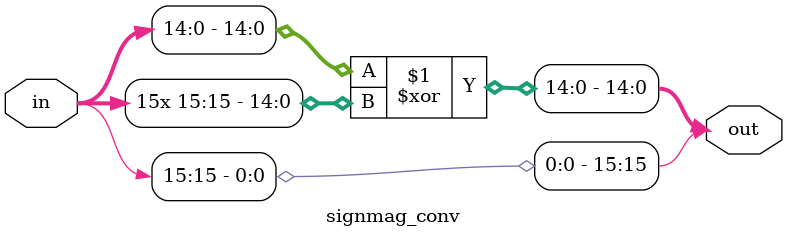
<source format=sv>
module signmag_conv(input signed [15:0] in, output [15:0] out);
assign out = {in[15], in[14:0] ^ {15{in[15]}}};
endmodule
</source>
